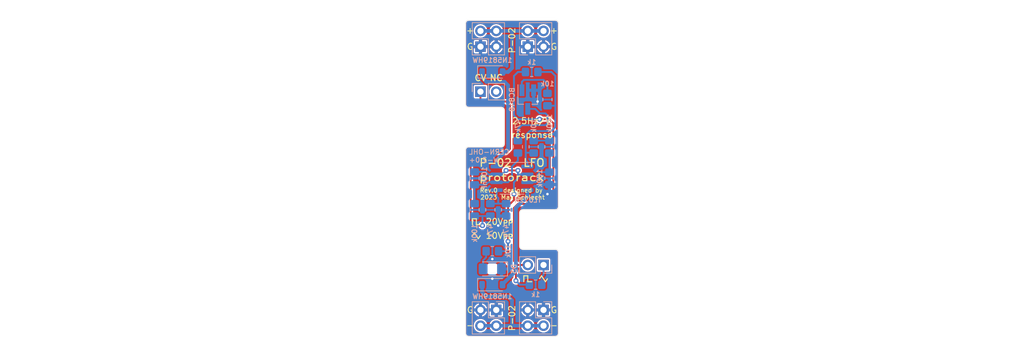
<source format=kicad_pcb>
(kicad_pcb (version 20221018) (generator pcbnew)
  (layers (0 "F.Cu" signal) (31 "B.Cu" signal) (34 "B.Paste" user) (35 "F.Paste" user) (36 "B.SilkS" user "B.Silkscreen") (37 "F.SilkS" user "F.Silkscreen") (38 "B.Mask" user) (39 "F.Mask" user) (44 "Edge.Cuts" user))
  (net 0 "")
  (net 1 "GND")
  (net 2 "+12V")
  (net 3 "-12V")
  (net 4 "Net-(U1A--)")
  (net 5 "Net-(U1B--)")
  (net 6 "Net-(D1-A)")
  (net 7 "Net-(D2-K)")
  (net 8 "Net-(Q1-B)")
  (net 9 "Net-(D3-A)")
  (net 10 "Net-(Q1-C)")
  (net 11 "/CV_IN")
  (net 12 "Net-(U1A-+)")
  (net 13 "Net-(U1B-+)")
  (net 14 "/OUT_TRI")
  (net 15 "/OUT_SQ")
  (net 16 "Net-(R10-Pad2)")
  (net 17 "Net-(R10-Pad1)")
  (footprint "Protorack:Breadboard_MB-102" (layer "F.Cu") (at 150 100)
    (fp_text reference "REF**" hide)
    (fp_text value "Breadboard_MB-102")
  )
  (footprint "BreadboardHelpers:Protorack_Logo_11x3mm" (layer "F.Cu") (at 150 100)
    (fp_text reference "G***" hide)
    (fp_text value "LOGO" hide)
  )
  (footprint "Connector_PinHeader_2.54mm:PinHeader_2x02_P2.54mm_Vertical" (layer "B.Cu") (at 144.92 78.775)
    (fp_text reference "J1" hide)
    (fp_text value "POWER_A_1")
    (pad "1" thru_hole rect (at 0 0) (size 1.7 1.7) (drill 1) (layers "*.Cu" "*.Mask") (net 1 "GND"))
    (pad "2" thru_hole oval (at 2.54 0) (size 1.7 1.7) (drill 1) (layers "*.Cu" "*.Mask") (net 1 "GND"))
    (pad "3" thru_hole oval (at 0 -2.54) (size 1.7 1.7) (drill 1) (layers "*.Cu" "*.Mask") (net 6 "Net-(D1-A)"))
    (pad "4" thru_hole oval (at 2.54 -2.54) (size 1.7 1.7) (drill 1) (layers "*.Cu" "*.Mask") (net 6 "Net-(D1-A)"))
  )
  (footprint "Connector_PinHeader_2.54mm:PinHeader_2x02_P2.54mm_Vertical" (layer "B.Cu") (at 147.46 121.225 180)
    (fp_text reference "J2" hide)
    (fp_text value "POWER_B_1")
    (pad "1" thru_hole rect (at 0 0 180) (size 1.7 1.7) (drill 1) (layers "*.Cu" "*.Mask") (net 1 "GND"))
    (pad "2" thru_hole oval (at 2.54 0 180) (size 1.7 1.7) (drill 1) (layers "*.Cu" "*.Mask") (net 1 "GND"))
    (pad "3" thru_hole oval (at 0 -2.54 180) (size 1.7 1.7) (drill 1) (layers "*.Cu" "*.Mask") (net 7 "Net-(D2-K)"))
    (pad "4" thru_hole oval (at 2.54 -2.54 180) (size 1.7 1.7) (drill 1) (layers "*.Cu" "*.Mask") (net 7 "Net-(D2-K)"))
  )
  (footprint "Connector_PinHeader_2.54mm:PinHeader_2x02_P2.54mm_Vertical" (layer "B.Cu") (at 152.54 78.775)
    (fp_text reference "J3" hide)
    (fp_text value "POWER_A_2")
    (pad "1" thru_hole rect (at 0 0) (size 1.7 1.7) (drill 1) (layers "*.Cu" "*.Mask") (net 1 "GND"))
    (pad "2" thru_hole oval (at 2.54 0) (size 1.7 1.7) (drill 1) (layers "*.Cu" "*.Mask") (net 1 "GND"))
    (pad "3" thru_hole oval (at 0 -2.54) (size 1.7 1.7) (drill 1) (layers "*.Cu" "*.Mask") (net 6 "Net-(D1-A)"))
    (pad "4" thru_hole oval (at 2.54 -2.54) (size 1.7 1.7) (drill 1) (layers "*.Cu" "*.Mask") (net 6 "Net-(D1-A)"))
  )
  (footprint "Connector_PinHeader_2.54mm:PinHeader_2x02_P2.54mm_Vertical" (layer "B.Cu") (at 155.08 121.225 180)
    (fp_text reference "J4" hide)
    (fp_text value "POWER_B_2")
    (pad "1" thru_hole rect (at 0 0 180) (size 1.7 1.7) (drill 1) (layers "*.Cu" "*.Mask") (net 1 "GND"))
    (pad "2" thru_hole oval (at 2.54 0 180) (size 1.7 1.7) (drill 1) (layers "*.Cu" "*.Mask") (net 1 "GND"))
    (pad "3" thru_hole oval (at 0 -2.54 180) (size 1.7 1.7) (drill 1) (layers "*.Cu" "*.Mask") (net 7 "Net-(D2-K)"))
    (pad "4" thru_hole oval (at 2.54 -2.54 180) (size 1.7 1.7) (drill 1) (layers "*.Cu" "*.Mask") (net 7 "Net-(D2-K)"))
  )
  (footprint "Resistor_SMD:R_0805_2012Metric_Pad1.20x1.40mm_HandSolder" (layer "B.Cu") (at 149.0475 105.08 90)
    (fp_text reference "R3" hide)
    (fp_text value "47k" (at -2.2225 0 90) (layer "B.SilkS") (effects (font (size 0.8 0.8)) (justify left mirror)))
    (pad "1" smd roundrect (at -1 0 90) (size 1.2 1.4) (layers "B.Cu" "B.Paste" "B.Mask") (roundrect_rratio 0.208333) (net 1 "GND"))
    (pad "2" smd roundrect (at 1 0 90) (size 1.2 1.4) (layers "B.Cu" "B.Paste" "B.Mask") (roundrect_rratio 0.208333) (net 13 "Net-(U1B-+)"))
  )
  (footprint "LED_SMD:LED_1206_3216Metric_Pad1.42x1.75mm_HandSolder" (layer "B.Cu") (at 146.825 114.605 180)
    (fp_text reference "D3" (at -3.4925 0 90) (layer "B.SilkS") (effects (font (size 0.8 0.8) (thickness 0.15) bold) (justify mirror)))
    (fp_text value "LED")
    (pad "1" smd roundrect (at -1.4875 0 180) (size 1.425 1.75) (layers "B.Cu" "B.Paste" "B.Mask") (roundrect_rratio 0.175439) (net 1 "GND"))
    (pad "2" smd roundrect (at 1.4875 0 180) (size 1.425 1.75) (layers "B.Cu" "B.Paste" "B.Mask") (roundrect_rratio 0.175439) (net 9 "Net-(D3-A)"))
  )
  (footprint "Connector_PinHeader_2.54mm:PinHeader_1x02_P2.54mm_Vertical" (layer "B.Cu") (at 155.085 113.97 90)
    (fp_text reference "J6" hide)
    (fp_text value "OUT")
    (pad "1" thru_hole rect (at 0 0 90) (size 1.7 1.7) (drill 1) (layers "*.Cu" "*.Mask") (net 14 "/OUT_TRI"))
    (pad "2" thru_hole oval (at 0 -2.54 90) (size 1.7 1.7) (drill 1) (layers "*.Cu" "*.Mask") (net 15 "/OUT_SQ"))
  )
  (footprint "Package_SO:SOIC-8_3.9x4.9mm_P1.27mm" (layer "B.Cu") (at 150 100 180)
    (fp_text reference "U1" hide)
    (fp_text value "TL072H" (at -2.54 -3.4925) (layer "B.SilkS") (effects (font (size 0.8 0.8)) (justify mirror)))
    (pad "1" smd roundrect (at -2.475 1.905 180) (size 1.95 0.6) (layers "B.Cu" "B.Paste" "B.Mask") (net 16 "Net-(R10-Pad2)"))
    (pad "2" smd roundrect (at -2.475 0.635 180) (size 1.95 0.6) (layers "B.Cu" "B.Paste" "B.Mask") (net 4 "Net-(U1A--)"))
    (pad "3" smd roundrect (at -2.475 -0.635 180) (size 1.95 0.6) (layers "B.Cu" "B.Paste" "B.Mask") (net 12 "Net-(U1A-+)"))
    (pad "4" smd roundrect (at -2.475 -1.905 180) (size 1.95 0.6) (layers "B.Cu" "B.Paste" "B.Mask") (net 3 "-12V"))
    (pad "5" smd roundrect (at 2.475 -1.905 180) (size 1.95 0.6) (layers "B.Cu" "B.Paste" "B.Mask") (net 13 "Net-(U1B-+)"))
    (pad "6" smd roundrect (at 2.475 -0.635 180) (size 1.95 0.6) (layers "B.Cu" "B.Paste" "B.Mask") (net 5 "Net-(U1B--)"))
    (pad "7" smd roundrect (at 2.475 0.635 180) (size 1.95 0.6) (layers "B.Cu" "B.Paste" "B.Mask") (net 4 "Net-(U1A--)"))
    (pad "8" smd roundrect (at 2.475 1.905 180) (size 1.95 0.6) (layers "B.Cu" "B.Paste" "B.Mask") (net 2 "+12V"))
  )
  (footprint "Resistor_SMD:R_0805_2012Metric_Pad1.20x1.40mm_HandSolder" (layer "B.Cu") (at 153.4925 94.92 -90)
    (fp_text reference "R10" hide)
    (fp_text value "10k" (at -2.2225 0 90) (layer "B.SilkS") (effects (font (size 0.8 0.8)) (justify right mirror)))
    (pad "1" smd roundrect (at -1 0 270) (size 1.2 1.4) (layers "B.Cu" "B.Paste" "B.Mask") (roundrect_rratio 0.208333) (net 17 "Net-(R10-Pad1)"))
    (pad "2" smd roundrect (at 1 0 270) (size 1.2 1.4) (layers "B.Cu" "B.Paste" "B.Mask") (roundrect_rratio 0.208333) (net 16 "Net-(R10-Pad2)"))
  )
  (footprint "Resistor_SMD:R_0805_2012Metric_Pad1.20x1.40mm_HandSolder" (layer "B.Cu") (at 143.9675 105.08 90)
    (fp_text reference "R1" hide)
    (fp_text value "100k" (at -2.2225 0 270) (layer "B.SilkS") (effects (font (size 0.8 0.8)) (justify left mirror)))
    (pad "1" smd roundrect (at -1 0 90) (size 1.2 1.4) (layers "B.Cu" "B.Paste" "B.Mask") (roundrect_rratio 0.208333) (net 11 "/CV_IN"))
    (pad "2" smd roundrect (at 1 0 90) (size 1.2 1.4) (layers "B.Cu" "B.Paste" "B.Mask") (roundrect_rratio 0.208333) (net 5 "Net-(U1B--)"))
  )
  (footprint "Capacitor_SMD:C_0805_2012Metric_Pad1.18x1.45mm_HandSolder" (layer "B.Cu") (at 143.9675 100 90)
    (fp_text reference "C1" hide)
    (fp_text value "100nF" (at 0 1.5875 90) (layer "B.SilkS") (effects (font (size 0.8 0.8)) (justify mirror)))
    (pad "1" smd roundrect (at -1.0375 0 90) (size 1.175 1.45) (layers "B.Cu" "B.Paste" "B.Mask") (roundrect_rratio 0.212766) (net 5 "Net-(U1B--)"))
    (pad "2" smd roundrect (at 1.0375 0 90) (size 1.175 1.45) (layers "B.Cu" "B.Paste" "B.Mask") (roundrect_rratio 0.212766) (net 4 "Net-(U1A--)"))
  )
  (footprint "Resistor_SMD:R_0805_2012Metric_Pad1.20x1.40mm_HandSolder" (layer "B.Cu") (at 150.9525 94.92 -90)
    (fp_text reference "R4" hide)
    (fp_text value "47k" (at -2.2225 0 90) (layer "B.SilkS") (effects (font (size 0.8 0.8)) (justify right mirror)))
    (pad "1" smd roundrect (at -1 0 270) (size 1.2 1.4) (layers "B.Cu" "B.Paste" "B.Mask") (roundrect_rratio 0.208333) (net 10 "Net-(Q1-C)"))
    (pad "2" smd roundrect (at 1 0 270) (size 1.2 1.4) (layers "B.Cu" "B.Paste" "B.Mask") (roundrect_rratio 0.208333) (net 5 "Net-(U1B--)"))
  )
  (footprint "Resistor_SMD:R_0805_2012Metric_Pad1.20x1.40mm_HandSolder" (layer "B.Cu") (at 153.81 117.145)
    (fp_text reference "R8" hide)
    (fp_text value "1k" (at 0 1.5875) (layer "B.SilkS") (effects (font (size 0.8 0.8)) (justify mirror)))
    (pad "1" smd roundrect (at -1 0) (size 1.2 1.4) (layers "B.Cu" "B.Paste" "B.Mask") (roundrect_rratio 0.208333) (net 4 "Net-(U1A--)"))
    (pad "2" smd roundrect (at 1 0) (size 1.2 1.4) (layers "B.Cu" "B.Paste" "B.Mask") (roundrect_rratio 0.208333) (net 14 "/OUT_TRI"))
  )
  (footprint "Connector_PinHeader_2.54mm:PinHeader_1x02_P2.54mm_Vertical" (layer "B.Cu") (at 144.915 86.03 -90)
    (fp_text reference "J5" hide)
    (fp_text value "IN")
    (pad "1" thru_hole rect (at 0 0 270) (size 1.7 1.7) (drill 1) (layers "*.Cu" "*.Mask") (net 11 "/CV_IN"))
    (pad "2" thru_hole oval (at 0 -2.54 270) (size 1.7 1.7) (drill 1) (layers "*.Cu" "*.Mask"))
  )
  (footprint "Resistor_SMD:R_0805_2012Metric_Pad1.20x1.40mm_HandSolder" (layer "B.Cu") (at 146.825 111.7475 180)
    (fp_text reference "R7" hide)
    (fp_text value "10k" (at -2.54 0 270) (layer "B.SilkS") (effects (font (size 0.8 0.8)) (justify mirror)))
    (pad "1" smd roundrect (at -1 0 180) (size 1.2 1.4) (layers "B.Cu" "B.Paste" "B.Mask") (roundrect_rratio 0.208333) (net 4 "Net-(U1A--)"))
    (pad "2" smd roundrect (at 1 0 180) (size 1.2 1.4) (layers "B.Cu" "B.Paste" "B.Mask") (roundrect_rratio 0.208333) (net 9 "Net-(D3-A)"))
  )
  (footprint "Package_TO_SOT_SMD:SOT-23_Handsoldering" (layer "B.Cu") (at 152.54 87.3 -90)
    (fp_text reference "Q1" hide)
    (fp_text value "BC848" (at 0 2.54 -90) (layer "B.SilkS") (effects (font (size 0.8 0.8)) (justify mirror)))
    (pad "1" smd rect (at -1.5 0.95 270) (size 1.9 0.8) (layers "B.Cu" "B.Paste" "B.Mask") (net 8 "Net-(Q1-B)"))
    (pad "2" smd rect (at -1.5 -0.95 270) (size 1.9 0.8) (layers "B.Cu" "B.Paste" "B.Mask") (net 1 "GND"))
    (pad "3" smd rect (at 1.5 0 270) (size 1.9 0.8) (layers "B.Cu" "B.Paste" "B.Mask") (net 10 "Net-(Q1-C)"))
  )
  (footprint "Resistor_SMD:R_0805_2012Metric_Pad1.20x1.40mm_HandSolder" (layer "B.Cu") (at 156.0325 94.92 90)
    (fp_text reference "R9" hide)
    (fp_text value "100k" (at 2.2225 0 270) (layer "B.SilkS") (effects (font (size 0.8 0.8)) (justify right mirror)))
    (pad "1" smd roundrect (at -1 0 90) (size 1.2 1.4) (layers "B.Cu" "B.Paste" "B.Mask") (roundrect_rratio 0.208333) (net 12 "Net-(U1A-+)"))
    (pad "2" smd roundrect (at 1 0 90) (size 1.2 1.4) (layers "B.Cu" "B.Paste" "B.Mask") (roundrect_rratio 0.208333) (net 17 "Net-(R10-Pad1)"))
  )
  (footprint "Resistor_SMD:R_0805_2012Metric_Pad1.20x1.40mm_HandSolder" (layer "B.Cu") (at 153.175 82.855 180)
    (fp_text reference "R11" hide)
    (fp_text value "1k" (at 0 1.5875 180) (layer "B.SilkS") (effects (font (size 0.8 0.8)) (justify mirror)))
    (pad "1" smd roundrect (at -1 0 180) (size 1.2 1.4) (layers "B.Cu" "B.Paste" "B.Mask") (roundrect_rratio 0.208333) (net 16 "Net-(R10-Pad2)"))
    (pad "2" smd roundrect (at 1 0 180) (size 1.2 1.4) (layers "B.Cu" "B.Paste" "B.Mask") (roundrect_rratio 0.208333) (net 15 "/OUT_SQ"))
  )
  (footprint "Resistor_SMD:R_0805_2012Metric_Pad1.20x1.40mm_HandSolder" (layer "B.Cu") (at 155.715 87.3 -90)
    (fp_text reference "R5" hide)
    (fp_text value "10k" (at -2.54 0) (layer "B.SilkS") (effects (font (size 0.8 0.8)) (justify mirror)))
    (pad "1" smd roundrect (at -1 0 270) (size 1.2 1.4) (layers "B.Cu" "B.Paste" "B.Mask") (roundrect_rratio 0.208333) (net 8 "Net-(Q1-B)"))
    (pad "2" smd roundrect (at 1 0 270) (size 1.2 1.4) (layers "B.Cu" "B.Paste" "B.Mask") (roundrect_rratio 0.208333) (net 16 "Net-(R10-Pad2)"))
  )
  (footprint "Diode_SMD:D_SOD-123" (layer "B.Cu") (at 146.825 117.145)
    (fp_text reference "D2" hide)
    (fp_text value "1N5819HW" (at 0 1.905) (layer "B.SilkS") (effects (font (size 0.8 0.8)) (justify mirror)))
    (pad "1" smd roundrect (at -1.65 0) (size 0.9 1.2) (layers "B.Cu" "B.Paste" "B.Mask") (net 7 "Net-(D2-K)"))
    (pad "2" smd roundrect (at 1.65 0) (size 0.9 1.2) (layers "B.Cu" "B.Paste" "B.Mask") (net 3 "-12V"))
  )
  (footprint "Resistor_SMD:R_0805_2012Metric_Pad1.20x1.40mm_HandSolder" (layer "B.Cu") (at 146.5075 105.08 90)
    (fp_text reference "R2" hide)
    (fp_text value "47k" (at -2.2225 0 90) (layer "B.SilkS") (effects (font (size 0.8 0.8)) (justify left mirror)))
    (pad "1" smd roundrect (at -1 0 90) (size 1.2 1.4) (layers "B.Cu" "B.Paste" "B.Mask") (roundrect_rratio 0.208333) (net 11 "/CV_IN"))
    (pad "2" smd roundrect (at 1 0 90) (size 1.2 1.4) (layers "B.Cu" "B.Paste" "B.Mask") (roundrect_rratio 0.208333) (net 13 "Net-(U1B-+)"))
  )
  (footprint "Resistor_SMD:R_0805_2012Metric_Pad1.20x1.40mm_HandSolder" (layer "B.Cu") (at 156.0325 100 90)
    (fp_text reference "R6" hide)
    (fp_text value "100k" (at 0 -1.5875 270) (layer "B.SilkS") (effects (font (size 0.8 0.8)) (justify mirror)))
    (pad "1" smd roundrect (at -1 0 90) (size 1.2 1.4) (layers "B.Cu" "B.Paste" "B.Mask") (roundrect_rratio 0.208333) (net 1 "GND"))
    (pad "2" smd roundrect (at 1 0 90) (size 1.2 1.4) (layers "B.Cu" "B.Paste" "B.Mask") (roundrect_rratio 0.208333) (net 12 "Net-(U1A-+)"))
  )
  (footprint "Diode_SMD:D_SOD-123" (layer "B.Cu") (at 146.825 82.855)
    (fp_text reference "D1" hide)
    (fp_text value "1N5819HW" (at 0 -1.905) (layer "B.SilkS") (effects (font (size 0.8 0.8)) (justify mirror)))
    (pad "1" smd roundrect (at -1.65 0) (size 0.9 1.2) (layers "B.Cu" "B.Paste" "B.Mask") (net 2 "+12V"))
    (pad "2" smd roundrect (at 1.65 0) (size 0.9 1.2) (layers "B.Cu" "B.Paste" "B.Mask") (net 6 "Net-(D1-A)"))
  )
  (gr_line (start 143.9325 108.77375) (end 144.5675 109.72625) (stroke (width 0.175)) (layer "F.SilkS"))
  (gr_line (start 154.445 116.1925) (end 154.7625 115.71625) (stroke (width 0.175)) (layer "F.SilkS"))
  (gr_line (start 143.615 109.25) (end 143.9325 108.77375) (stroke (width 0.175)) (layer "F.SilkS"))
  (gr_line (start 152.54 115.71625) (end 152.54 116.66875) (stroke (width 0.175)) (layer "F.SilkS"))
  (gr_line (start 144.25 106.52375) (end 144.25 107.47625) (stroke (width 0.175)) (layer "F.SilkS"))
  (gr_line (start 152.54 116.66875) (end 153.175 116.66875) (stroke (width 0.175)) (layer "F.SilkS"))
  (gr_line (start 154.7625 115.71625) (end 155.3975 116.66875) (stroke (width 0.175)) (layer "F.SilkS"))
  (gr_line (start 155.3975 116.66875) (end 155.715 116.1925) (stroke (width 0.175)) (layer "F.SilkS"))
  (gr_line (start 142.875 76.23) (end 143.625 76.23) (stroke (width 0.15)) (layer "F.SilkS"))
  (gr_line (start 156.375 76.23) (end 157.125 76.23) (stroke (width 0.15)) (layer "F.SilkS"))
  (gr_line (start 144.5675 109.72625) (end 144.885 109.25) (stroke (width 0.175)) (layer "F.SilkS"))
  (gr_line (start 143.615 107.47625) (end 143.615 106.52375) (stroke (width 0.175)) (layer "F.SilkS"))
  (gr_line (start 156.75 76.605) (end 156.75 75.855) (stroke (width 0.15)) (layer "F.SilkS"))
  (gr_line (start 142.875 123.77) (end 143.625 123.77) (stroke (width 0.15)) (layer "F.SilkS"))
  (gr_line (start 156.375 123.77) (end 157.125 123.77) (stroke (width 0.15)) (layer "F.SilkS"))
  (gr_line (start 151.905 115.71625) (end 152.54 115.71625) (stroke (width 0.175)) (layer "F.SilkS"))
  (gr_line (start 143.25 76.605) (end 143.25 75.855) (stroke (width 0.15)) (layer "F.SilkS"))
  (gr_line (start 151.905 116.66875) (end 151.905 115.71625) (stroke (width 0.175)) (layer "F.SilkS"))
  (gr_line (start 143.615 106.52375) (end 144.25 106.52375) (stroke (width 0.175)) (layer "F.SilkS"))
  (gr_line (start 144.25 107.47625) (end 144.885 107.47625) (stroke (width 0.175)) (layer "F.SilkS"))
  (gr_arc (start 143 125.5) (mid 142.646447 125.353553) (end 142.5 125) (stroke (width 0.05)) (layer "Edge.Cuts"))
  (gr_line (start 157 125.5) (end 143 125.5) (stroke (width 0.05)) (layer "Edge.Cuts"))
  (gr_arc (start 157.5 125) (mid 157.353553 125.353553) (end 157 125.5) (stroke (width 0.05)) (layer "Edge.Cuts"))
  (gr_line (start 151.77 105.08) (end 157 105.08) (stroke (width 0.05)) (layer "Edge.Cuts"))
  (gr_line (start 143 74.5) (end 157 74.5) (stroke (width 0.05)) (layer "Edge.Cuts"))
  (gr_arc (start 151.77 111.43) (mid 151.416447 111.283553) (end 151.27 110.93) (stroke (width 0.05)) (layer "Edge.Cuts"))
  (gr_line (start 143 94.92) (end 148.23 94.92) (stroke (width 0.05)) (layer "Edge.Cuts"))
  (gr_arc (start 157 111.43) (mid 157.353553 111.576447) (end 157.5 111.93) (stroke (width 0.05)) (layer "Edge.Cuts"))
  (gr_arc (start 142.5 75) (mid 142.646447 74.646447) (end 143 74.5) (stroke (width 0.05)) (layer "Edge.Cuts"))
  (gr_line (start 142.5 95.42) (end 142.5 125) (stroke (width 0.05)) (layer "Edge.Cuts"))
  (gr_arc (start 148.23 88.57) (mid 148.583553 88.716447) (end 148.73 89.07) (stroke (width 0.05)) (layer "Edge.Cuts"))
  (gr_arc (start 143 88.57) (mid 142.646447 88.423553) (end 142.5 88.07) (stroke (width 0.05)) (layer "Edge.Cuts"))
  (gr_line (start 151.27 110.93) (end 151.27 105.58) (stroke (width 0.05)) (layer "Edge.Cuts"))
  (gr_line (start 143 88.57) (end 148.23 88.57) (stroke (width 0.05)) (layer "Edge.Cuts"))
  (gr_arc (start 157.5 104.58) (mid 157.353553 104.933553) (end 157 105.08) (stroke (width 0.05)) (layer "Edge.Cuts"))
  (gr_arc (start 142.5 95.42) (mid 142.646447 95.066447) (end 143 94.92) (stroke (width 0.05)) (layer "Edge.Cuts"))
  (gr_arc (start 157 74.5) (mid 157.353553 74.646447) (end 157.5 75) (stroke (width 0.05)) (layer "Edge.Cuts"))
  (gr_line (start 157 111.43) (end 151.77 111.43) (stroke (width 0.05)) (layer "Edge.Cuts"))
  (gr_arc (start 148.73 94.42) (mid 148.583553 94.773553) (end 148.23 94.92) (stroke (width 0.05)) (layer "Edge.Cuts"))
  (gr_line (start 142.5 75) (end 142.5 88.07) (stroke (width 0.05)) (layer "Edge.Cuts"))
  (gr_line (start 157.5 125) (end 157.5 111.93) (stroke (width 0.05)) (layer "Edge.Cuts"))
  (gr_line (start 157.5 104.58) (end 157.5 75) (stroke (width 0.05)) (layer "Edge.Cuts"))
  (gr_line (start 148.73 89.07) (end 148.73 94.42) (stroke (width 0.05)) (layer "Edge.Cuts"))
  (gr_arc (start 151.27 105.58) (mid 151.416447 105.226447) (end 151.77 105.08) (stroke (width 0.05)) (layer "Edge.Cuts"))
  (gr_text "CERN-OHL\nW-2.0+" (at 143 96.4) (layer "B.SilkS") (effects (font (size 0.8 0.8) (thickness 0.13) bold) (justify right mirror)))
  (gr_text "response" (at 153.25 93) (layer "F.SilkS") (effects (font (size 1 1))))
  (gr_text "Rev.0\n2023" (at 146.25 102.5) (layer "F.SilkS") (effects (font (size 0.7 0.7) (thickness 0.12))))
  (gr_text "10V_{PP}" (at 150.25 109.25) (layer "F.SilkS") (effects (font (size 1 1)) (justify right)))
  (gr_text "CV" (at 144.92 83.8075) (layer "F.SilkS") (effects (font (size 1 1) (thickness 0.175) bold)))
  (gr_text "20V_{PP}" (at 150.25 107) (layer "F.SilkS") (effects (font (size 1 1)) (justify right)))
  (gr_text "G" (at 143.25 78.77) (layer "F.SilkS") (effects (font (size 1 1))))
  (gr_text "2.5Hz/V" (at 153.125 90.75) (layer "F.SilkS") (effects (font (size 1 1))))
  (gr_text "P-02" (at 150 122.5425 90) (layer "F.SilkS") (effects (font (size 1 1))))
  (gr_text "P-02  LFO" (at 150 97.5) (layer "F.SilkS") (effects (font (size 1.25 1.25) (thickness 0.2))))
  (gr_text "designed by\nMax Schlecht" (at 151.75 102.5) (layer "F.SilkS") (effects (font (size 0.7 0.7) (thickness 0.12) bold)))
  (gr_text "G" (at 156.75 121.23) (layer "F.SilkS") (effects (font (size 1 1))))
  (gr_text "NC" (at 147.46 83.8075) (layer "F.SilkS") (effects (font (size 1 1) (thickness 0.175) bold)))
  (gr_text "P-02" (at 150 77.75 90) (layer "F.SilkS") (effects (font (size 1 1))))
  (gr_text "G" (at 143.25 121.23) (layer "F.SilkS") (effects (font (size 1 1))))
  (gr_text "G" (at 156.75 78.77) (layer "F.SilkS") (effects (font (size 1 1))))
  (via (at 146.825 116.1925) (size 0.8) (drill 0.4) (layers "F.Cu" "B.Cu") (net 1))
  (via (at 147.7775 107.62) (size 0.8) (drill 0.4) (layers "F.Cu" "B.Cu") (net 1))
  (via (at 155.715 102.54) (size 0.8) (drill 0.4) (layers "F.Cu" "B.Cu") (net 1))
  (via (at 146.825 113.0175) (size 0.8) (drill 0.4) (layers "F.Cu" "B.Cu") (net 1))
  (via (at 154.1275 87.6175) (size 0.8) (drill 0.4) (layers "F.Cu" "B.Cu") (net 1))
  (segment (start 148.095 113.0175) (end 146.825 113.0175) (width 0.6) (layer "B.Cu") (net 1))
  (segment (start 148.3125 113.235) (end 148.095 113.0175) (width 0.6) (layer "B.Cu") (net 1))
  (segment (start 148.3125 114.605) (end 148.3125 113.235) (width 0.6) (layer "B.Cu") (net 1))
  (segment (start 149.365 95.2375) (end 149.365 85.015) (width 0.6) (layer "B.Cu") (net 2))
  (segment (start 145.175 82.855) (end 145.175 83.745) (width 0.6) (layer "B.Cu") (net 2))
  (segment (start 145.175 83.745) (end 145.8725 84.4425) (width 0.6) (layer "B.Cu") (net 2))
  (segment (start 145.8725 84.4425) (end 148.7925 84.4425) (width 0.6) (layer "B.Cu") (net 2))
  (segment (start 148.7925 84.4425) (end 149.365 85.015) (width 0.6) (layer "B.Cu") (net 2))
  (segment (start 147.525 98.095) (end 147.525 97.0775) (width 0.6) (layer "B.Cu") (net 2))
  (segment (start 147.525 97.0775) (end 149.365 95.2375) (width 0.6) (layer "B.Cu") (net 2))
  (segment (start 150.635 104.7625) (end 150.635 114.9225) (width 0.6) (layer "B.Cu") (net 3))
  (segment (start 152.475 101.905) (end 152.475 102.9225) (width 0.6) (layer "B.Cu") (net 3))
  (segment (start 148.475 117.0825) (end 150.635 114.9225) (width 0.6) (layer "B.Cu") (net 3))
  (segment (start 152.475 102.9225) (end 150.635 104.7625) (width 0.6) (layer "B.Cu") (net 3))
  (segment (start 150.635 114.9225) (end 150.635 116.51) (width 0.3) (layer "F.Cu") (net 4))
  (segment (start 150.3175 103.4925) (end 150.3175 102.54) (width 0.3) (layer "F.Cu") (net 4))
  (segment (start 149.365 110.16) (end 149.365 113.6525) (width 0.3) (layer "F.Cu") (net 4))
  (segment (start 149.0475 98.73) (end 150.9525 98.73) (width 0.3) (layer "F.Cu") (net 4))
  (segment (start 149.365 104.445) (end 150.3175 103.4925) (width 0.3) (layer "F.Cu") (net 4))
  (segment (start 149.365 110.16) (end 149.365 104.445) (width 0.3) (layer "F.Cu") (net 4))
  (segment (start 149.365 113.6525) (end 150.635 114.9225) (width 0.3) (layer "F.Cu") (net 4))
  (via (at 149.0475 98.73) (size 0.8) (drill 0.4) (layers "F.Cu" "B.Cu") (net 4))
  (via (at 150.635 116.51) (size 0.8) (drill 0.4) (layers "F.Cu" "B.Cu") (net 4))
  (via (at 149.365 110.16) (size 0.8) (drill 0.4) (layers "F.Cu" "B.Cu") (net 4))
  (via (at 150.9525 98.73) (size 0.8) (drill 0.4) (layers "F.Cu" "B.Cu") (net 4))
  (via (at 150.3175 102.54) (size 0.8) (drill 0.4) (layers "F.Cu" "B.Cu") (net 4))
  (segment (start 147.825 111.7475) (end 149.0475 111.7475) (width 0.3) (layer "B.Cu") (net 4))
  (segment (start 150.3175 100.635) (end 150.3175 102.54) (width 0.3) (layer "B.Cu") (net 4))
  (segment (start 152.475 99.365) (end 150.9525 99.365) (width 0.3) (layer "B.Cu") (net 4))
  (segment (start 151.27 117.145) (end 150.635 116.51) (width 0.3) (layer "B.Cu") (net 4))
  (segment (start 150.3175 100.635) (end 150.9525 100) (width 0.3) (layer "B.Cu") (net 4))
  (segment (start 148.4125 99.365) (end 149.0475 98.73) (width 0.3) (layer "B.Cu") (net 4))
  (segment (start 149.0475 111.7475) (end 149.365 111.43) (width 0.3) (layer "B.Cu") (net 4))
  (segment (start 150.9525 100) (end 150.9525 99.365) (width 0.3) (layer "B.Cu") (net 4))
  (segment (start 147.525 99.365) (end 146.19 99.365) (width 0.3) (layer "B.Cu") (net 4))
  (segment (start 150.9525 99.365) (end 150.9525 98.73) (width 0.3) (layer "B.Cu") (net 4))
  (segment (start 145.7875 98.9625) (end 143.9675 98.9625) (width 0.3) (layer "B.Cu") (net 4))
  (segment (start 152.81 117.145) (end 151.27 117.145) (width 0.3) (layer "B.Cu") (net 4))
  (segment (start 149.365 111.43) (end 149.365 110.16) (width 0.3) (layer "B.Cu") (net 4))
  (segment (start 146.19 99.365) (end 145.7875 98.9625) (width 0.3) (layer "B.Cu") (net 4))
  (segment (start 147.525 99.365) (end 148.4125 99.365) (width 0.3) (layer "B.Cu") (net 4))
  (segment (start 143.9675 104.08) (end 143.9675 101.0375) (width 0.3) (layer "B.Cu") (net 5))
  (segment (start 143.9675 101.0375) (end 145.7875 101.0375) (width 0.3) (layer "B.Cu") (net 5))
  (segment (start 150 98.095) (end 150 100) (width 0.3) (layer "B.Cu") (net 5))
  (segment (start 146.19 100.635) (end 145.7875 101.0375) (width 0.3) (layer "B.Cu") (net 5))
  (segment (start 147.525 100.635) (end 146.19 100.635) (width 0.3) (layer "B.Cu") (net 5))
  (segment (start 150 98.095) (end 150.9525 97.1425) (width 0.3) (layer "B.Cu") (net 5))
  (segment (start 150 100) (end 149.365 100.635) (width 0.3) (layer "B.Cu") (net 5))
  (segment (start 149.365 100.635) (end 147.525 100.635) (width 0.3) (layer "B.Cu") (net 5))
  (segment (start 150.9525 97.1425) (end 150.9525 95.92) (width 0.3) (layer "B.Cu") (net 5))
  (segment (start 144.92 76.235) (end 150 76.235) (width 0.6) (layer "B.Cu") (net 6))
  (segment (start 148.475 82.855) (end 149.365 82.855) (width 0.6) (layer "B.Cu") (net 6))
  (segment (start 150 76.235) (end 155.08 76.235) (width 0.6) (layer "B.Cu") (net 6))
  (segment (start 149.365 82.855) (end 150 82.22) (width 0.6) (layer "B.Cu") (net 6))
  (segment (start 150 82.22) (end 150 76.235) (width 0.6) (layer "B.Cu") (net 6))
  (segment (start 149.365 119.05) (end 145.8725 119.05) (width 0.6) (layer "B.Cu") (net 7))
  (segment (start 145.175 118.3525) (end 145.175 117.145) (width 0.6) (layer "B.Cu") (net 7))
  (segment (start 150 123.765) (end 155.08 123.765) (width 0.6) (layer "B.Cu") (net 7))
  (segment (start 145.8725 119.05) (end 145.175 118.3525) (width 0.6) (layer "B.Cu") (net 7))
  (segment (start 150 123.765) (end 150 119.685) (width 0.6) (layer "B.Cu") (net 7))
  (segment (start 144.92 123.765) (end 150 123.765) (width 0.6) (layer "B.Cu") (net 7))
  (segment (start 150 119.685) (end 149.365 119.05) (width 0.6) (layer "B.Cu") (net 7))
  (segment (start 155.715 86.3) (end 155.715 84.76) (width 0.3) (layer "B.Cu") (net 8))
  (segment (start 155.08 84.125) (end 151.905 84.125) (width 0.3) (layer "B.Cu") (net 8))
  (segment (start 155.715 84.76) (end 155.08 84.125) (width 0.3) (layer "B.Cu") (net 8))
  (segment (start 151.59 84.44) (end 151.59 85.8) (width 0.3) (layer "B.Cu") (net 8))
  (segment (start 151.905 84.125) (end 151.59 84.44) (width 0.3) (layer "B.Cu") (net 8))
  (segment (start 145.3375 114.605) (end 145.3375 113.235) (width 0.3) (layer "B.Cu") (net 9))
  (segment (start 145.825 112.7475) (end 145.3375 113.235) (width 0.3) (layer "B.Cu") (net 9))
  (segment (start 145.825 111.7475) (end 145.825 112.7475) (width 0.3) (layer "B.Cu") (net 9))
  (segment (start 151.5875 91.4275) (end 155.3975 91.4275) (width 0.3) (layer "B.Cu") (net 10))
  (segment (start 155.3975 89.5225) (end 154.445 89.5225) (width 0.3) (layer "B.Cu") (net 10))
  (segment (start 150.9525 93.92) (end 150.9525 92.0625) (width 0.3) (layer "B.Cu") (net 10))
  (segment (start 155.715 91.11) (end 155.715 89.84) (width 0.3) (layer "B.Cu") (net 10))
  (segment (start 150.9525 92.0625) (end 151.5875 91.4275) (width 0.3) (layer "B.Cu") (net 10))
  (segment (start 155.3975 91.4275) (end 155.715 91.11) (width 0.3) (layer "B.Cu") (net 10))
  (segment (start 153.7225 88.8) (end 152.54 88.8) (width 0.3) (layer "B.Cu") (net 10))
  (segment (start 154.445 89.5225) (end 153.7225 88.8) (width 0.3) (layer "B.Cu") (net 10))
  (segment (start 155.715 89.84) (end 155.3975 89.5225) (width 0.3) (layer "B.Cu") (net 10))
  (segment (start 143.3325 106.985) (end 143.3325 96.5075) (width 0.3) (layer "F.Cu") (net 11))
  (segment (start 143.9675 107.62) (end 143.3325 106.985) (width 0.3) (layer "F.Cu") (net 11))
  (segment (start 149.0475 95.8725) (end 149.6825 95.2375) (width 0.3) (layer "F.Cu") (net 11))
  (segment (start 144.915 87.295) (end 144.915 86.03) (width 0.3) (layer "F.Cu") (net 11))
  (segment (start 149.0475 87.6175) (end 145.2375 87.6175) (width 0.3) (layer "F.Cu") (net 11))
  (segment (start 149.6825 95.2375) (end 149.6825 88.2525) (width 0.3) (layer "F.Cu") (net 11))
  (segment (start 143.3325 96.5075) (end 143.9675 95.8725) (width 0.3) (layer "F.Cu") (net 11))
  (segment (start 145.2375 87.6175) (end 144.915 87.295) (width 0.3) (layer "F.Cu") (net 11))
  (segment (start 145.2375 107.62) (end 143.9675 107.62) (width 0.3) (layer "F.Cu") (net 11))
  (segment (start 149.6825 88.2525) (end 149.0475 87.6175) (width 0.3) (layer "F.Cu") (net 11))
  (segment (start 143.9675 95.8725) (end 149.0475 95.8725) (width 0.3) (layer "F.Cu") (net 11))
  (via (at 145.2375 107.62) (size 0.8) (drill 0.4) (layers "F.Cu" "B.Cu") (net 11))
  (segment (start 143.9675 106.08) (end 145.2375 106.08) (width 0.3) (layer "B.Cu") (net 11))
  (segment (start 146.5075 106.08) (end 145.2375 106.08) (width 0.3) (layer "B.Cu") (net 11))
  (segment (start 145.2375 106.08) (end 145.2375 107.62) (width 0.3) (layer "B.Cu") (net 11))
  (segment (start 154.1275 100.3175) (end 154.1275 99.365) (width 0.3) (layer "B.Cu") (net 12))
  (segment (start 153.81 100.635) (end 154.1275 100.3175) (width 0.3) (layer "B.Cu") (net 12))
  (segment (start 154.1275 99.365) (end 154.4925 99) (width 0.3) (layer "B.Cu") (net 12))
  (segment (start 152.475 100.635) (end 153.81 100.635) (width 0.3) (layer "B.Cu") (net 12))
  (segment (start 156.0325 99) (end 154.4925 99) (width 0.3) (layer "B.Cu") (net 12))
  (segment (start 156.0325 99) (end 156.0325 95.92) (width 0.3) (layer "B.Cu") (net 12))
  (segment (start 147.7775 104.08) (end 146.5075 104.08) (width 0.3) (layer "B.Cu") (net 13))
  (segment (start 147.7775 103.175) (end 147.525 102.9225) (width 0.3) (layer "B.Cu") (net 13))
  (segment (start 147.7775 104.08) (end 147.7775 103.175) (width 0.3) (layer "B.Cu") (net 13))
  (segment (start 147.7775 104.08) (end 149.0475 104.08) (width 0.3) (layer "B.Cu") (net 13))
  (segment (start 147.525 102.9225) (end 147.525 101.905) (width 0.3) (layer "B.Cu") (net 13))
  (segment (start 154.81 115.8275) (end 155.085 115.5525) (width 0.3) (layer "B.Cu") (net 14))
  (segment (start 154.81 117.145) (end 154.81 115.8275) (width 0.3) (layer "B.Cu") (net 14))
  (segment (start 155.085 113.97) (end 155.085 115.5525) (width 0.3) (layer "B.Cu") (net 14))
  (segment (start 150.3175 113.335) (end 150.3175 104.7625) (width 0.3) (layer "F.Cu") (net 15))
  (segment (start 152.545 113.97) (end 150.9525 113.97) (width 0.3) (layer "F.Cu") (net 15))
  (segment (start 156.6675 91.11) (end 156.0325 90.475) (width 0.3) (layer "F.Cu") (net 15))
  (segment (start 150.9525 104.1275) (end 156.0325 104.1275) (width 0.3) (layer "F.Cu") (net 15))
  (segment (start 150.9525 113.97) (end 150.3175 113.335) (width 0.3) (layer "F.Cu") (net 15))
  (segment (start 156.0325 104.1275) (end 156.6675 103.4925) (width 0.3) (layer "F.Cu") (net 15))
  (segment (start 156.0325 90.475) (end 154.445 90.475) (width 0.3) (layer "F.Cu") (net 15))
  (segment (start 150.3175 104.7625) (end 150.9525 104.1275) (width 0.3) (layer "F.Cu") (net 15))
  (segment (start 156.6675 103.4925) (end 156.6675 91.11) (width 0.3) (layer "F.Cu") (net 15))
  (via (at 154.445 90.475) (size 0.8) (drill 0.4) (layers "F.Cu" "B.Cu") (net 15))
  (segment (start 150.3175 83.49) (end 150.9525 82.855) (width 0.3) (layer "B.Cu") (net 15))
  (segment (start 150.9525 82.855) (end 152.175 82.855) (width 0.3) (layer "B.Cu") (net 15))
  (segment (start 150.3175 89.84) (end 150.3175 83.49) (width 0.3) (layer "B.Cu") (net 15))
  (segment (start 154.445 90.475) (end 150.9525 90.475) (width 0.3) (layer "B.Cu") (net 15))
  (segment (start 150.9525 90.475) (end 150.3175 89.84) (width 0.3) (layer "B.Cu") (net 15))
  (segment (start 156.35 82.855) (end 154.175 82.855) (width 0.3) (layer "B.Cu") (net 16))
  (segment (start 155.715 88.3) (end 156.9375 88.3) (width 0.3) (layer "B.Cu") (net 16))
  (segment (start 152.475 97.395) (end 152.2225 97.1425) (width 0.3) (layer "B.Cu") (net 16))
  (segment (start 152.2225 93.015) (end 152.8575 92.38) (width 0.3) (layer "B.Cu") (net 16))
  (segment (start 156.9375 88.3) (end 156.985 88.2525) (width 0.3) (layer "B.Cu") (net 16))
  (segment (start 152.2225 97.1425) (end 152.2225 95.8725) (width 0.3) (layer "B.Cu") (net 16))
  (segment (start 152.475 98.095) (end 152.475 97.395) (width 0.3) (layer "B.Cu") (net 16))
  (segment (start 156.35 92.38) (end 156.985 91.745) (width 0.3) (layer "B.Cu") (net 16))
  (segment (start 152.2225 95.8725) (end 153.445 95.8725) (width 0.3) (layer "B.Cu") (net 16))
  (segment (start 156.985 83.49) (end 156.35 82.855) (width 0.3) (layer "B.Cu") (net 16))
  (segment (start 152.8575 92.38) (end 156.35 92.38) (width 0.3) (layer "B.Cu") (net 16))
  (segment (start 152.2225 95.8725) (end 152.2225 93.015) (width 0.3) (layer "B.Cu") (net 16))
  (segment (start 156.985 91.745) (end 156.985 88.2525) (width 0.3) (layer "B.Cu") (net 16))
  (segment (start 156.985 88.2525) (end 156.985 83.49) (width 0.3) (layer "B.Cu") (net 16))
  (segment (start 153.4925 93.92) (end 156.0325 93.92) (width 0.3) (layer "B.Cu") (net 17))
  (zone (net 1) (net_name "GND") (layer "F.Cu") (connect_pads (clearance 0.254)) (min_thickness 0.254) (fill yes (thermal_gap 0.254) (thermal_bridge_width 0.508))
    (polygon (pts (xy 157.5 125.5) (xy 142.5 125.5) (xy 142.5 74.5) (xy 157.5 74.5)))
  )
  (zone (net 0) (net_name "") (layers "F&B.Cu") (connect_pads (clearance 0)) (min_thickness 0.25)
    (keepout (tracks not_allowed) (vias not_allowed) (pads allowed) (copperpour not_allowed) (footprints allowed))
    (fill (thermal_gap 0.5) (thermal_bridge_width 0.5))
    (polygon (pts (xy 145.925 114.1575) (xy 145.925 115.0575) (xy 145.975 115.2075) (xy 146.025 115.3075) (xy 146.125 115.4075) (xy 146.225 115.4575) (xy 146.375 115.5075) (xy 147.275 115.5075) (xy 147.425 115.4575) (xy 147.525 115.4075) (xy 147.625 115.3075) (xy 147.675 115.2075) (xy 147.725 115.0575) (xy 147.725 114.1575) (xy 147.675 114.0075) (xy 147.625 113.9075) (xy 147.525 113.8075) (xy 147.425 113.7575) (xy 147.275 113.7075) (xy 146.375 113.7075) (xy 146.225 113.7575) (xy 146.125 113.8075) (xy 146.025 113.9075) (xy 145.975 114.0075)))
  )
  (zone (net 1) (net_name "GND") (layer "B.Cu") (connect_pads (clearance 0.254)) (min_thickness 0.254) (fill yes (thermal_gap 0.254) (thermal_bridge_width 0.508))
    (polygon (pts (xy 157.5 125.5) (xy 142.5 125.5) (xy 142.5 74.5) (xy 157.5 74.5)))
  )
)
</source>
